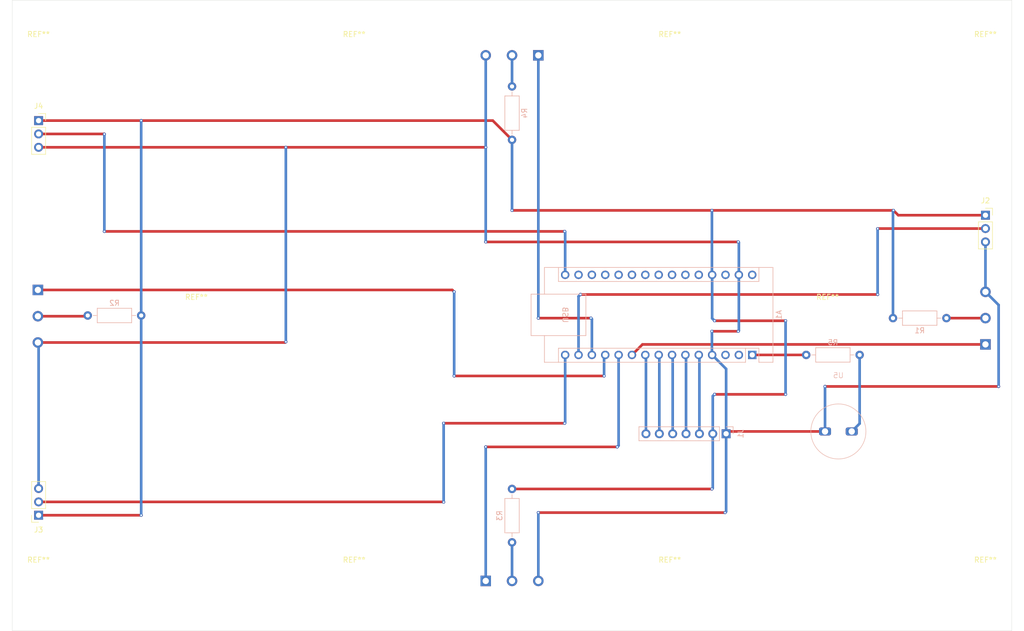
<source format=kicad_pcb>
(kicad_pcb (version 20240108) (generator "pcbnew") (generator_version "8.0")
  (layers (0 "F.Cu" signal) (31 "B.Cu" signal) (34 "B.Paste" user) (35 "F.Paste" user) (36 "B.SilkS" user "B.Silkscreen") (37 "F.SilkS" user "F.Silkscreen") (38 "B.Mask" user) (39 "F.Mask" user) (44 "Edge.Cuts" user))
  (net 0 "")
  (net 2 "/LED2_ctrl")
  (net 3 "/C_sw2")
  (net 8 "/D3")
  (net 9 "GND")
  (net 12 "/LED3_ctrl")
  (net 13 "/C_sw3")
  (net 14 "/C_sw1")
  (net 15 "/LED1_ctrl")
  (net 17 "/D2")
  (net 22 "VDD")
  (net 25 "/C_sw4")
  (net 26 "/D1")
  (net 27 "/VT")
  (net 28 "/D0")
  (net 29 "/BUZZ")
  (net 30 "Net-(U1-NO)")
  (net 31 "Net-(U2-NO)")
  (net 32 "Net-(U3-NO)")
  (net 33 "Net-(U4-NO)")
  (net 34 "Net-(U5-Vdd)")
  (footprint "First_cost_Library:switch" (layer "F.Cu") (at 128.5 36.5 -90)
    (property "Reference" "U4" (hide yes))
    (property "Value" "~" (hide yes))
    (pad "1" thru_hole rect (at 5 -13 270) (size 2 2) (drill 1.2) (layers "*.Cu" "*.Mask") (net 25 "/C_sw4"))
    (pad "2" thru_hole circle (at 5 -8 270) (size 2 2) (drill 1.2) (layers "*.Cu" "*.Mask") (net 33 "Net-(U4-NO)"))
    (pad "3" thru_hole circle (at 5 -3 270) (size 2 2) (drill 1.2) (layers "*.Cu" "*.Mask") (net 9 "GND"))
  )
  (footprint "MountingHole:MountingHole_3mm" (layer "F.Cu") (at 196.5 91.5)
    (property "Reference" "REF**" (at 0 -4 0) (layer "F.SilkS"))
    (property "Value" "MountingHole_3mm")
    (pad "" np_thru_hole circle (at 0 0) (size 3 3) (drill 3) (layers "*.Cu" "*.Mask"))
  )
  (footprint "First_cost_Library:switch" (layer "F.Cu") (at 231.5 83.5 180)
    (property "Reference" "U1" (hide yes))
    (property "Value" "~" (hide yes))
    (pad "1" thru_hole rect (at 5 -13 180) (size 2 2) (drill 1.2) (layers "*.Cu" "*.Mask") (net 14 "/C_sw1"))
    (pad "2" thru_hole circle (at 5 -8 180) (size 2 2) (drill 1.2) (layers "*.Cu" "*.Mask") (net 30 "Net-(U1-NO)"))
    (pad "3" thru_hole circle (at 5 -3 180) (size 2 2) (drill 1.2) (layers "*.Cu" "*.Mask") (net 9 "GND"))
  )
  (footprint "MountingHole:MountingHole_3mm" (layer "F.Cu") (at 76.5 91.5)
    (property "Reference" "REF**" (at 0 -4 0) (layer "F.SilkS"))
    (property "Value" "MountingHole_3mm")
    (pad "" np_thru_hole circle (at 0 0) (size 3 3) (drill 3) (layers "*.Cu" "*.Mask"))
  )
  (footprint "Connector_PinSocket_2.54mm:PinSocket_1x03_P2.54mm_Vertical" (layer "F.Cu") (at 46.5 53.92)
    (property "Reference" "J4" (at 0 -2.77 0) (layer "F.SilkS"))
    (property "Value" "Conn_01x03_Pin")
    (fp_line (start -1.33 1.27) (end -1.33 6.41) (stroke (width 0.12)) (layer "F.SilkS"))
    (fp_line (start -1.33 1.27) (end 1.33 1.27) (stroke (width 0.12)) (layer "F.SilkS"))
    (fp_line (start -1.33 6.41) (end 1.33 6.41) (stroke (width 0.12)) (layer "F.SilkS"))
    (fp_line (start 0 -1.33) (end 1.33 -1.33) (stroke (width 0.12)) (layer "F.SilkS"))
    (fp_line (start 1.33 -1.33) (end 1.33 0) (stroke (width 0.12)) (layer "F.SilkS"))
    (fp_line (start 1.33 1.27) (end 1.33 6.41) (stroke (width 0.12)) (layer "F.SilkS"))
    (pad "1" thru_hole rect (at 0 0) (size 1.7 1.7) (drill 1) (layers "*.Cu" "*.Mask") (net 22 "VDD"))
    (pad "2" thru_hole oval (at 0 2.54) (size 1.7 1.7) (drill 1) (layers "*.Cu" "*.Mask") (net 12 "/LED3_ctrl"))
    (pad "3" thru_hole oval (at 0 5.08) (size 1.7 1.7) (drill 1) (layers "*.Cu" "*.Mask") (net 9 "GND"))
  )
  (footprint "First_cost_Library:switch" (layer "F.Cu") (at 144.5 146.5 90)
    (property "Reference" "U3" (hide yes))
    (property "Value" "~" (hide yes))
    (pad "1" thru_hole rect (at 5 -13 90) (size 2 2) (drill 1.2) (layers "*.Cu" "*.Mask") (net 3 "/C_sw2"))
    (pad "2" thru_hole circle (at 5 -8 90) (size 2 2) (drill 1.2) (layers "*.Cu" "*.Mask") (net 32 "Net-(U3-NO)"))
    (pad "3" thru_hole circle (at 5 -3 90) (size 2 2) (drill 1.2) (layers "*.Cu" "*.Mask") (net 9 "GND"))
  )
  (footprint "MountingHole:MountingHole_3mm" (layer "F.Cu") (at 166.5 141.5)
    (property "Reference" "REF**" (at 0 -4 0) (layer "F.SilkS"))
    (property "Value" "MountingHole_3mm")
    (pad "" np_thru_hole circle (at 0 0) (size 3 3) (drill 3) (layers "*.Cu" "*.Mask"))
  )
  (footprint "Connector_PinSocket_2.54mm:PinSocket_1x03_P2.54mm_Vertical" (layer "F.Cu") (at 226.5 71.92)
    (property "Reference" "J2" (at 0 -2.77 0) (layer "F.SilkS"))
    (property "Value" "Conn_01x03_Pin")
    (fp_line (start -1.33 1.27) (end -1.33 6.41) (stroke (width 0.12)) (layer "F.SilkS"))
    (fp_line (start -1.33 1.27) (end 1.33 1.27) (stroke (width 0.12)) (layer "F.SilkS"))
    (fp_line (start -1.33 6.41) (end 1.33 6.41) (stroke (width 0.12)) (layer "F.SilkS"))
    (fp_line (start 0 -1.33) (end 1.33 -1.33) (stroke (width 0.12)) (layer "F.SilkS"))
    (fp_line (start 1.33 -1.33) (end 1.33 0) (stroke (width 0.12)) (layer "F.SilkS"))
    (fp_line (start 1.33 1.27) (end 1.33 6.41) (stroke (width 0.12)) (layer "F.SilkS"))
    (pad "1" thru_hole rect (at 0 0) (size 1.7 1.7) (drill 1) (layers "*.Cu" "*.Mask") (net 22 "VDD"))
    (pad "2" thru_hole oval (at 0 2.54) (size 1.7 1.7) (drill 1) (layers "*.Cu" "*.Mask") (net 15 "/LED1_ctrl"))
    (pad "3" thru_hole oval (at 0 5.08) (size 1.7 1.7) (drill 1) (layers "*.Cu" "*.Mask") (net 9 "GND"))
  )
  (footprint "MountingHole:MountingHole_3mm" (layer "F.Cu") (at 106.5 141.5)
    (property "Reference" "REF**" (at 0 -4 0) (layer "F.SilkS"))
    (property "Value" "MountingHole_3mm")
    (pad "" np_thru_hole circle (at 0 0) (size 3 3) (drill 3) (layers "*.Cu" "*.Mask"))
  )
  (footprint "First_cost_Library:switch" (layer "F.Cu") (at 41.3625 99.1375)
    (property "Reference" "U2" (hide yes))
    (property "Value" "~" (hide yes))
    (pad "1" thru_hole rect (at 5 -13) (size 2 2) (drill 1.2) (layers "*.Cu" "*.Mask") (net 13 "/C_sw3"))
    (pad "2" thru_hole circle (at 5 -8) (size 2 2) (drill 1.2) (layers "*.Cu" "*.Mask") (net 31 "Net-(U2-NO)"))
    (pad "3" thru_hole circle (at 5 -3) (size 2 2) (drill 1.2) (layers "*.Cu" "*.Mask") (net 9 "GND"))
  )
  (footprint "MountingHole:MountingHole_3mm" (layer "F.Cu") (at 226.5 41.5)
    (property "Reference" "REF**" (at 0 -4 0) (layer "F.SilkS"))
    (property "Value" "MountingHole_3mm")
    (pad "" np_thru_hole circle (at 0 0) (size 3 3) (drill 3) (layers "*.Cu" "*.Mask"))
  )
  (footprint "MountingHole:MountingHole_3mm" (layer "F.Cu") (at 166.5 41.5)
    (property "Reference" "REF**" (at 0 -4 0) (layer "F.SilkS"))
    (property "Value" "MountingHole_3mm")
    (pad "" np_thru_hole circle (at 0 0) (size 3 3) (drill 3) (layers "*.Cu" "*.Mask"))
  )
  (footprint "Connector_PinSocket_2.54mm:PinSocket_1x03_P2.54mm_Vertical" (layer "F.Cu") (at 46.5 129 180)
    (property "Reference" "J3" (at 0 -2.77 0) (layer "F.SilkS"))
    (property "Value" "Conn_01x03_Pin")
    (fp_line (start 1.33 1.27) (end 1.33 6.41) (stroke (width 0.12)) (layer "F.SilkS"))
    (fp_line (start 1.33 -1.33) (end 1.33 0) (stroke (width 0.12)) (layer "F.SilkS"))
    (fp_line (start 0 -1.33) (end 1.33 -1.33) (stroke (width 0.12)) (layer "F.SilkS"))
    (fp_line (start -1.33 6.41) (end 1.33 6.41) (stroke (width 0.12)) (layer "F.SilkS"))
    (fp_line (start -1.33 1.27) (end 1.33 1.27) (stroke (width 0.12)) (layer "F.SilkS"))
    (fp_line (start -1.33 1.27) (end -1.33 6.41) (stroke (width 0.12)) (layer "F.SilkS"))
    (pad "1" thru_hole rect (at 0 0 180) (size 1.7 1.7) (drill 1) (layers "*.Cu" "*.Mask") (net 22 "VDD"))
    (pad "2" thru_hole oval (at 0 2.54 180) (size 1.7 1.7) (drill 1) (layers "*.Cu" "*.Mask") (net 2 "/LED2_ctrl"))
    (pad "3" thru_hole oval (at 0 5.08 180) (size 1.7 1.7) (drill 1) (layers "*.Cu" "*.Mask") (net 9 "GND"))
  )
  (footprint "MountingHole:MountingHole_3mm" (layer "F.Cu") (at 46.5 141.5)
    (property "Reference" "REF**" (at 0 -4 0) (layer "F.SilkS"))
    (property "Value" "MountingHole_3mm")
    (pad "" np_thru_hole circle (at 0 0) (size 3 3) (drill 3) (layers "*.Cu" "*.Mask"))
  )
  (footprint "MountingHole:MountingHole_3mm" (layer "F.Cu") (at 46.5 41.5)
    (property "Reference" "REF**" (at 0 -4 0) (layer "F.SilkS"))
    (property "Value" "MountingHole_3mm")
    (pad "" np_thru_hole circle (at 0 0) (size 3 3) (drill 3) (layers "*.Cu" "*.Mask"))
  )
  (footprint "MountingHole:MountingHole_3mm" (layer "F.Cu") (at 226.5 141.5)
    (property "Reference" "REF**" (at 0 -4 0) (layer "F.SilkS"))
    (property "Value" "MountingHole_3mm")
    (pad "" np_thru_hole circle (at 0 0) (size 3 3) (drill 3) (layers "*.Cu" "*.Mask"))
  )
  (footprint "MountingHole:MountingHole_3mm" (layer "F.Cu") (at 106.5 41.5)
    (property "Reference" "REF**" (at 0 -4 0) (layer "F.SilkS"))
    (property "Value" "MountingHole_3mm")
    (pad "" np_thru_hole circle (at 0 0) (size 3 3) (drill 3) (layers "*.Cu" "*.Mask"))
  )
  (footprint "Module:Arduino_Nano" (layer "B.Cu") (at 182.16 98.5 90)
    (property "Reference" "A1" (at 7.62 5.08 90) (layer "B.SilkS") (effects (justify mirror)))
    (property "Value" "Arduino_Nano_Every")
    (fp_line (start 11.56 -42.04) (end 11.56 -31.62) (stroke (width 0.12)) (layer "B.SilkS"))
    (fp_line (start 3.68 -42.04) (end 11.56 -42.04) (stroke (width 0.12)) (layer "B.SilkS"))
    (fp_line (start 11.56 -39.5) (end 16.64 -39.5) (stroke (width 0.12)) (layer "B.SilkS"))
    (fp_line (start 3.68 -39.5) (end -1.4 -39.5) (stroke (width 0.12)) (layer "B.SilkS"))
    (fp_line (start -1.4 -39.5) (end -1.4 -1.27) (stroke (width 0.12)) (layer "B.SilkS"))
    (fp_line (start 16.64 -36.83) (end 13.97 -36.83) (stroke (width 0.12)) (layer "B.SilkS"))
    (fp_line (start 13.97 -36.83) (end 13.97 1.27) (stroke (width 0.12)) (layer "B.SilkS"))
    (fp_line (start 1.27 -36.83) (end 1.27 -1.27) (stroke (width 0.12)) (layer "B.SilkS"))
    (fp_line (start -1.4 -36.83) (end 1.27 -36.83) (stroke (width 0.12)) (layer "B.SilkS"))
    (fp_line (start 11.56 -31.62) (end 3.68 -31.62) (stroke (width 0.12)) (layer "B.SilkS"))
    (fp_line (start 3.68 -31.62) (end 3.68 -42.04) (stroke (width 0.12)) (layer "B.SilkS"))
    (fp_line (start -1.4 -1.27) (end 1.27 -1.27) (stroke (width 0.12)) (layer "B.SilkS"))
    (fp_line (start 16.64 1.27) (end 13.97 1.27) (stroke (width 0.12)) (layer "B.SilkS"))
    (fp_line (start 1.27 1.27) (end 1.27 -1.27) (stroke (width 0.12)) (layer "B.SilkS"))
    (fp_line (start -1.4 1.27) (end 1.27 1.27) (stroke (width 0.12)) (layer "B.SilkS"))
    (fp_line (start -1.4 1.27) (end -1.4 3.94) (stroke (width 0.12)) (layer "B.SilkS"))
    (fp_line (start 16.64 3.94) (end 16.64 -39.5) (stroke (width 0.12)) (layer "B.SilkS"))
    (fp_line (start -1.4 3.94) (end 16.64 3.94) (stroke (width 0.12)) (layer "B.SilkS"))
    (fp_text user "USB" (at 7.62 -35.56 -90) (layer "B.SilkS") (effects (justify mirror)))
    (pad "1" thru_hole rect (at 0 0 90) (size 1.6 1.6) (drill 1) (layers "*.Cu" "*.Mask") (net 29 "/BUZZ"))
    (pad "2" thru_hole oval (at 0 -2.54 90) (size 1.6 1.6) (drill 1) (layers "*.Cu" "*.Mask"))
    (pad "3" thru_hole oval (at 0 -5.08 90) (size 1.6 1.6) (drill 1) (layers "*.Cu" "*.Mask"))
    (pad "4" thru_hole oval (at 0 -7.62 90) (size 1.6 1.6) (drill 1) (layers "*.Cu" "*.Mask") (net 9 "GND"))
    (pad "5" thru_hole oval (at 0 -10.16 90) (size 1.6 1.6) (drill 1) (layers "*.Cu" "*.Mask") (net 28 "/D0"))
    (pad "6" thru_hole oval (at 0 -12.7 90) (size 1.6 1.6) (drill 1) (layers "*.Cu" "*.Mask") (net 26 "/D1"))
    (pad "7" thru_hole oval (at 0 -15.24 90) (size 1.6 1.6) (drill 1) (layers "*.Cu" "*.Mask") (net 17 "/D2"))
    (pad "8" thru_hole oval (at 0 -17.78 90) (size 1.6 1.6) (drill 1) (layers "*.Cu" "*.Mask") (net 8 "/D3"))
    (pad "9" thru_hole oval (at 0 -20.32 90) (size 1.6 1.6) (drill 1) (layers "*.Cu" "*.Mask") (net 27 "/VT"))
    (pad "10" thru_hole oval (at 0 -22.86 90) (size 1.6 1.6) (drill 1) (layers "*.Cu" "*.Mask") (net 14 "/C_sw1"))
    (pad "11" thru_hole oval (at 0 -25.4 90) (size 1.6 1.6) (drill 1) (layers "*.Cu" "*.Mask") (net 3 "/C_sw2"))
    (pad "12" thru_hole oval (at 0 -27.94 90) (size 1.6 1.6) (drill 1) (layers "*.Cu" "*.Mask") (net 13 "/C_sw3"))
    (pad "13" thru_hole oval (at 0 -30.48 90) (size 1.6 1.6) (drill 1) (layers "*.Cu" "*.Mask") (net 25 "/C_sw4"))
    (pad "14" thru_hole oval (at 0 -33.02 90) (size 1.6 1.6) (drill 1) (layers "*.Cu" "*.Mask") (net 15 "/LED1_ctrl"))
    (pad "15" thru_hole oval (at 0 -35.56 90) (size 1.6 1.6) (drill 1) (layers "*.Cu" "*.Mask") (net 2 "/LED2_ctrl"))
    (pad "16" thru_hole oval (at 15.24 -35.56 90) (size 1.6 1.6) (drill 1) (layers "*.Cu" "*.Mask") (net 12 "/LED3_ctrl"))
    (pad "17" thru_hole oval (at 15.24 -33.02 90) (size 1.6 1.6) (drill 1) (layers "*.Cu" "*.Mask"))
    (pad "18" thru_hole oval (at 15.24 -30.48 90) (size 1.6 1.6) (drill 1) (layers "*.Cu" "*.Mask"))
    (pad "19" thru_hole oval (at 15.24 -27.94 90) (size 1.6 1.6) (drill 1) (layers "*.Cu" "*.Mask"))
    (pad "20" thru_hole oval (at 15.24 -25.4 90) (size 1.6 1.6) (drill 1) (layers "*.Cu" "*.Mask"))
    (pad "21" thru_hole oval (at 15.24 -22.86 90) (size 1.6 1.6) (drill 1) (layers "*.Cu" "*.Mask"))
    (pad "22" thru_hole oval (at 15.24 -20.32 90) (size 1.6 1.6) (drill 1) (layers "*.Cu" "*.Mask"))
    (pad "23" thru_hole oval (at 15.24 -17.78 90) (size 1.6 1.6) (drill 1) (layers "*.Cu" "*.Mask"))
    (pad "24" thru_hole oval (at 15.24 -15.24 90) (size 1.6 1.6) (drill 1) (layers "*.Cu" "*.Mask"))
    (pad "25" thru_hole oval (at 15.24 -12.7 90) (size 1.6 1.6) (drill 1) (layers "*.Cu" "*.Mask"))
    (pad "26" thru_hole oval (at 15.24 -10.16 90) (size 1.6 1.6) (drill 1) (layers "*.Cu" "*.Mask"))
    (pad "27" thru_hole oval (at 15.24 -7.62 90) (size 1.6 1.6) (drill 1) (layers "*.Cu" "*.Mask") (net 22 "VDD"))
    (pad "28" thru_hole oval (at 15.24 -5.08 90) (size 1.6 1.6) (drill 1) (layers "*.Cu" "*.Mask"))
    (pad "29" thru_hole oval (at 15.24 -2.54 90) (size 1.6 1.6) (drill 1) (layers "*.Cu" "*.Mask") (net 9 "GND"))
    (pad "30" thru_hole oval (at 15.24 0 90) (size 1.6 1.6) (drill 1) (layers "*.Cu" "*.Mask"))
  )
  (footprint "Resistor_THT:R_Axial_DIN0207_L6.3mm_D2.5mm_P10.16mm_Horizontal" (layer "B.Cu") (at 66 91 180)
    (property "Reference" "R2" (at 5.08 2.37 0) (layer "B.SilkS") (effects (justify mirror)))
    (property "Value" "10k")
    (fp_line (start 8.35 1.37) (end 8.35 -1.37) (stroke (width 0.12)) (layer "B.SilkS"))
    (fp_line (start 8.35 0) (end 9.12 0) (stroke (width 0.12)) (layer "B.SilkS"))
    (fp_line (start 8.35 -1.37) (end 1.81 -1.37) (stroke (width 0.12)) (layer "B.SilkS"))
    (fp_line (start 1.81 1.37) (end 8.35 1.37) (stroke (width 0.12)) (layer "B.SilkS"))
    (fp_line (start 1.81 0) (end 1.04 0) (stroke (width 0.12)) (layer "B.SilkS"))
    (fp_line (start 1.81 -1.37) (end 1.81 1.37) (stroke (width 0.12)) (layer "B.SilkS"))
    (pad "1" thru_hole circle (at 0 0 180) (size 1.6 1.6) (drill 0.8) (layers "*.Cu" "*.Mask") (net 22 "VDD"))
    (pad "2" thru_hole oval (at 10.16 0 180) (size 1.6 1.6) (drill 0.8) (layers "*.Cu" "*.Mask") (net 31 "Net-(U2-NO)"))
  )
  (footprint "Resistor_THT:R_Axial_DIN0207_L6.3mm_D2.5mm_P10.16mm_Horizontal" (layer "B.Cu") (at 136.5 57.58 90)
    (property "Reference" "R4" (at 5.08 2.37 90) (layer "B.SilkS") (effects (justify mirror)))
    (property "Value" "10k")
    (fp_line (start 8.35 -1.37) (end 1.81 -1.37) (stroke (width 0.12)) (layer "B.SilkS"))
    (fp_line (start 1.81 -1.37) (end 1.81 1.37) (stroke (width 0.12)) (layer "B.SilkS"))
    (fp_line (start 8.35 0) (end 9.12 0) (stroke (width 0.12)) (layer "B.SilkS"))
    (fp_line (start 1.81 0) (end 1.04 0) (stroke (width 0.12)) (layer "B.SilkS"))
    (fp_line (start 8.35 1.37) (end 8.35 -1.37) (stroke (width 0.12)) (layer "B.SilkS"))
    (fp_line (start 1.81 1.37) (end 8.35 1.37) (stroke (width 0.12)) (layer "B.SilkS"))
    (pad "1" thru_hole circle (at 0 0 90) (size 1.6 1.6) (drill 0.8) (layers "*.Cu" "*.Mask") (net 22 "VDD"))
    (pad "2" thru_hole oval (at 10.16 0 90) (size 1.6 1.6) (drill 0.8) (layers "*.Cu" "*.Mask") (net 33 "Net-(U4-NO)"))
  )
  (footprint "Resistor_THT:R_Axial_DIN0207_L6.3mm_D2.5mm_P10.16mm_Horizontal" (layer "B.Cu") (at 136.5 124 -90)
    (property "Reference" "R3" (at 5.08 2.37 90) (layer "B.SilkS") (effects (justify mirror)))
    (property "Value" "10k")
    (fp_line (start 1.81 1.37) (end 8.35 1.37) (stroke (width 0.12)) (layer "B.SilkS"))
    (fp_line (start 8.35 1.37) (end 8.35 -1.37) (stroke (width 0.12)) (layer "B.SilkS"))
    (fp_line (start 1.81 0) (end 1.04 0) (stroke (width 0.12)) (layer "B.SilkS"))
    (fp_line (start 8.35 0) (end 9.12 0) (stroke (width 0.12)) (layer "B.SilkS"))
    (fp_line (start 1.81 -1.37) (end 1.81 1.37) (stroke (width 0.12)) (layer "B.SilkS"))
    (fp_line (start 8.35 -1.37) (end 1.81 -1.37) (stroke (width 0.12)) (layer "B.SilkS"))
    (pad "1" thru_hole circle (at 0 0 270) (size 1.6 1.6) (drill 0.8) (layers "*.Cu" "*.Mask") (net 22 "VDD"))
    (pad "2" thru_hole oval (at 10.16 0 270) (size 1.6 1.6) (drill 0.8) (layers "*.Cu" "*.Mask") (net 32 "Net-(U3-NO)"))
  )
  (footprint "First_cost_Library:PS1240" (layer "B.Cu") (at 198.54 102.901828 180)
    (property "Reference" "U5" (at 0 0.5 0) (layer "B.SilkS") (effects (font (thickness 0.1)) (justify mirror)))
    (property "Value" "~")
    (fp_circle (center 0 -10.16) (end 1.27 -15.24) (stroke (width 0.1)) (fill none) (layer "B.SilkS"))
    (pad "1" thru_hole roundrect (at -2.54 -10.16 180) (size 2.286 1.524) (drill 1.2) (layers "*.Cu" "*.Mask") (net 34 "Net-(U5-Vdd)"))
    (pad "2" thru_hole roundrect (at 2.54 -10.16 180) (size 2.286 1.524) (drill 1.2) (layers "*.Cu" "*.Mask") (net 9 "GND"))
  )
  (footprint "Connector_PinSocket_2.54mm:PinSocket_1x07_P2.54mm_Vertical" (layer "B.Cu") (at 177.2 113.5 90)
    (property "Reference" "J1" (at 0 2.77 90) (layer "B.SilkS") (effects (justify mirror)))
    (property "Value" "Conn_01x07_Pin")
    (fp_line (start 1.33 -16.57) (end -1.33 -16.57) (stroke (width 0.12)) (layer "B.SilkS"))
    (fp_line (start 1.33 -16.57) (end 1.33 -1.27) (stroke (width 0.12)) (layer "B.SilkS"))
    (fp_line (start -1.33 -16.57) (end -1.33 -1.27) (stroke (width 0.12)) (layer "B.SilkS"))
    (fp_line (start 1.33 -1.27) (end -1.33 -1.27) (stroke (width 0.12)) (layer "B.SilkS"))
    (fp_line (start 1.33 0) (end 1.33 1.33) (stroke (width 0.12)) (layer "B.SilkS"))
    (fp_line (start 1.33 1.33) (end 0 1.33) (stroke (width 0.12)) (layer "B.SilkS"))
    (pad "1" thru_hole rect (at 0 0 90) (size 1.7 1.7) (drill 1) (layers "*.Cu" "*.Mask") (net 9 "GND"))
    (pad "2" thru_hole oval (at 0 -2.54 90) (size 1.7 1.7) (drill 1) (layers "*.Cu" "*.Mask") (net 22 "VDD"))
    (pad "3" thru_hole oval (at 0 -5.08 90) (size 1.7 1.7) (drill 1) (layers "*.Cu" "*.Mask") (net 28 "/D0"))
    (pad "4" thru_hole oval (at 0 -7.62 90) (size 1.7 1.7) (drill 1) (layers "*.Cu" "*.Mask") (net 26 "/D1"))
    (pad "5" thru_hole oval (at 0 -10.16 90) (size 1.7 1.7) (drill 1) (layers "*.Cu" "*.Mask") (net 17 "/D2"))
    (pad "6" thru_hole oval (at 0 -12.7 90) (size 1.7 1.7) (drill 1) (layers "*.Cu" "*.Mask") (net 8 "/D3"))
    (pad "7" thru_hole oval (at 0 -15.24 90) (size 1.7 1.7) (drill 1) (layers "*.Cu" "*.Mask") (net 27 "/VT"))
  )
  (footprint "Resistor_THT:R_Axial_DIN0207_L6.3mm_D2.5mm_P10.16mm_Horizontal" (layer "B.Cu") (at 208.92 91.5)
    (property "Reference" "R1" (at 5.08 2.37 0) (layer "B.SilkS") (effects (justify mirror)))
    (property "Value" "10k")
    (fp_line (start 1.81 -1.37) (end 1.81 1.37) (stroke (width 0.12)) (layer "B.SilkS"))
    (fp_line (start 1.81 0) (end 1.04 0) (stroke (width 0.12)) (layer "B.SilkS"))
    (fp_line (start 1.81 1.37) (end 8.35 1.37) (stroke (width 0.12)) (layer "B.SilkS"))
    (fp_line (start 8.35 -1.37) (end 1.81 -1.37) (stroke (width 0.12)) (layer "B.SilkS"))
    (fp_line (start 8.35 0) (end 9.12 0) (stroke (width 0.12)) (layer "B.SilkS"))
    (fp_line (start 8.35 1.37) (end 8.35 -1.37) (stroke (width 0.12)) (layer "B.SilkS"))
    (pad "1" thru_hole circle (at 0 0) (size 1.6 1.6) (drill 0.8) (layers "*.Cu" "*.Mask") (net 22 "VDD"))
    (pad "2" thru_hole oval (at 10.16 0) (size 1.6 1.6) (drill 0.8) (layers "*.Cu" "*.Mask") (net 30 "Net-(U1-NO)"))
  )
  (footprint "Resistor_THT:R_Axial_DIN0207_L6.3mm_D2.5mm_P10.16mm_Horizontal" (layer "B.Cu") (at 202.58 98.5 180)
    (property "Reference" "R5" (at 5.08 2.37 0) (layer "B.SilkS") (effects (justify mirror)))
    (property "Value" "10k")
    (fp_line (start 8.35 1.37) (end 8.35 -1.37) (stroke (width 0.12)) (layer "B.SilkS"))
    (fp_line (start 8.35 0) (end 9.12 0) (stroke (width 0.12)) (layer "B.SilkS"))
    (fp_line (start 8.35 -1.37) (end 1.81 -1.37) (stroke (width 0.12)) (layer "B.SilkS"))
    (fp_line (start 1.81 1.37) (end 8.35 1.37) (stroke (width 0.12)) (layer "B.SilkS"))
    (fp_line (start 1.81 0) (end 1.04 0) (stroke (width 0.12)) (layer "B.SilkS"))
    (fp_line (start 1.81 -1.37) (end 1.81 1.37) (stroke (width 0.12)) (layer "B.SilkS"))
    (pad "1" thru_hole circle (at 0 0 180) (size 1.6 1.6) (drill 0.8) (layers "*.Cu" "*.Mask") (net 34 "Net-(U5-Vdd)"))
    (pad "2" thru_hole oval (at 10.16 0 180) (size 1.6 1.6) (drill 0.8) (layers "*.Cu" "*.Mask") (net 29 "/BUZZ"))
  )
  (gr_rect (start 41.5 31) (end 231.5 151) (stroke (width 0.05)) (fill none) (layer "Edge.Cuts"))
  (segment (start 123.5 111.5) (end 146.5 111.5) (width 0.5) (layer "F.Cu") (net 2))
  (segment (start 123.46 126.46) (end 123.5 126.5) (width 0.5) (layer "F.Cu") (net 2))
  (segment (start 46.5 126.46) (end 123.46 126.46) (width 0.5) (layer "F.Cu") (net 2))
  (via (at 123.5 111.5) (size 0.6) (drill 0.3) (layers "F.Cu" "B.Cu") (net 2))
  (via (at 123.5 126.5) (size 0.6) (drill 0.3) (layers "F.Cu" "B.Cu") (net 2))
  (via (at 146.5 111.5) (size 0.6) (drill 0.3) (layers "F.Cu" "B.Cu") (net 2))
  (segment (start 146.5 111.5) (end 146.6 111.4) (width 0.5) (layer "B.Cu") (net 2))
  (segment (start 146.6 111.4) (end 146.6 98.5) (width 0.5) (layer "B.Cu") (net 2))
  (segment (start 123.5 126.5) (end 123.5 111.5) (width 0.5) (layer "B.Cu") (net 2))
  (segment (start 131.5 116) (end 156.5 116) (width 0.5) (layer "F.Cu") (net 3))
  (via (at 156.5 116) (size 0.6) (drill 0.3) (layers "F.Cu" "B.Cu") (net 3))
  (via (at 131.5 116) (size 0.6) (drill 0.3) (layers "F.Cu" "B.Cu") (net 3))
  (segment (start 156.76 115.74) (end 156.76 98.5) (width 0.5) (layer "B.Cu") (net 3))
  (segment (start 131.5 141.5) (end 131.5 116) (width 0.5) (layer "B.Cu") (net 3))
  (segment (start 156.5 116) (end 156.76 115.74) (width 0.5) (layer "B.Cu") (net 3))
  (segment (start 164.5 98.62) (end 164.38 98.5) (width 0.5) (layer "B.Cu") (net 8))
  (segment (start 164.5 113.5) (end 164.5 98.62) (width 0.5) (layer "B.Cu") (net 8))
  (segment (start 93.5 59) (end 131.5 59) (width 0.5) (layer "F.Cu") (net 9))
  (segment (start 141.5 128.5) (end 177 128.5) (width 0.5) (layer "F.Cu") (net 9))
  (segment (start 46.3625 96.1375) (end 93.3625 96.1375) (width 0.5) (layer "F.Cu") (net 9))
  (segment (start 93.3625 96.1375) (end 93.5 96) (width 0.5) (layer "F.Cu") (net 9))
  (segment (start 179.5 94) (end 174.5 94) (width 0.5) (layer "F.Cu") (net 9))
  (segment (start 196 104.5) (end 229 104.5) (width 0.5) (layer "F.Cu") (net 9))
  (segment (start 177.638172 113.061828) (end 177.2 113.5) (width 0.5) (layer "F.Cu") (net 9))
  (segment (start 46.5 59) (end 93.5 59) (width 0.5) (layer "F.Cu") (net 9))
  (segment (start 131.5 77) (end 179.5 77) (width 0.5) (layer "F.Cu") (net 9))
  (segment (start 196 113.061828) (end 177.638172 113.061828) (width 0.5) (layer "F.Cu") (net 9))
  (via (at 131.5 59) (size 0.6) (drill 0.3) (layers "F.Cu" "B.Cu") (net 9))
  (via (at 93.5 59) (size 0.6) (drill 0.3) (layers "F.Cu" "B.Cu") (net 9))
  (via (at 179.5 77) (size 0.6) (drill 0.3) (layers "F.Cu" "B.Cu") (net 9))
  (via (at 174.5 94) (size 0.6) (drill 0.3) (layers "F.Cu" "B.Cu") (net 9))
  (via (at 179.5 94) (size 0.6) (drill 0.3) (layers "F.Cu" "B.Cu") (net 9))
  (via (at 93.5 96) (size 0.6) (drill 0.3) (layers "F.Cu" "B.Cu") (net 9))
  (via (at 131.5 77) (size 0.6) (drill 0.3) (layers "F.Cu" "B.Cu") (net 9))
  (via (at 177 128.5) (size 0.6) (drill 0.3) (layers "F.Cu" "B.Cu") (net 9))
  (via (at 196 104.5) (size 0.6) (drill 0.3) (layers "F.Cu" "B.Cu") (net 9))
  (via (at 141.5 128.5) (size 0.6) (drill 0.3) (layers "F.Cu" "B.Cu") (net 9))
  (via (at 229 104.5) (size 0.6) (drill 0.3) (layers "F.Cu" "B.Cu") (net 9))
  (segment (start 93.5 96) (end 93.5 59) (width 0.5) (layer "B.Cu") (net 9))
  (segment (start 177.2 128.3) (end 177.2 113.5) (width 0.5) (layer "B.Cu") (net 9))
  (segment (start 131.5 59) (end 131.5 77) (width 0.5) (layer "B.Cu") (net 9))
  (segment (start 179.5 77) (end 179.62 77.12) (width 0.5) (layer "B.Cu") (net 9))
  (segment (start 196 113.061828) (end 196 104.5) (width 0.5) (layer "B.Cu") (net 9))
  (segment (start 174.5 98.46) (end 174.54 98.5) (width 0.5) (layer "B.Cu") (net 9))
  (segment (start 177.2 101.16) (end 174.54 98.5) (width 0.5) (layer "B.Cu") (net 9))
  (segment (start 179.62 93.88) (end 179.5 94) (width 0.5) (layer "B.Cu") (net 9))
  (segment (start 141.5 141.5) (end 141.5 128.5) (width 0.5) (layer "B.Cu") (net 9))
  (segment (start 174.5 94) (end 174.5 98.46) (width 0.5) (layer "B.Cu") (net 9))
  (segment (start 177.2 113.5) (end 177.2 101.16) (width 0.5) (layer "B.Cu") (net 9))
  (segment (start 226.5 77) (end 226.5 86.5) (width 0.5) (layer "B.Cu") (net 9))
  (segment (start 46.5 96.275) (end 46.3625 96.1375) (width 0.5) (layer "B.Cu") (net 9))
  (segment (start 229 89) (end 226.5 86.5) (width 0.5) (layer "B.Cu") (net 9))
  (segment (start 179.62 77.12) (end 179.62 83.26) (width 0.5) (layer "B.Cu") (net 9))
  (segment (start 177 128.5) (end 177.2 128.3) (width 0.5) (layer "B.Cu") (net 9))
  (segment (start 177.638172 113.061828) (end 177.2 113.5) (width 0.5) (layer "B.Cu") (net 9))
  (segment (start 131.5 41.5) (end 131.5 59) (width 0.5) (layer "B.Cu") (net 9))
  (segment (start 229 104.5) (end 229 89) (width 0.5) (layer "B.Cu") (net 9))
  (segment (start 46.5 123.92) (end 46.5 96.275) (width 0.5) (layer "B.Cu") (net 9))
  (segment (start 179.62 83.26) (end 179.62 93.88) (width 0.5) (layer "B.Cu") (net 9))
  (segment (start 146.5 75) (end 59 75) (width 0.5) (layer "F.Cu") (net 12))
  (segment (start 58.96 56.46) (end 46.5 56.46) (width 0.5) (layer "F.Cu") (net 12))
  (segment (start 59 56.5) (end 58.96 56.46) (width 0.5) (layer "F.Cu") (net 12))
  (via (at 59 75) (size 0.6) (drill 0.3) (layers "F.Cu" "B.Cu") (net 12))
  (via (at 59 56.5) (size 0.6) (drill 0.3) (layers "F.Cu" "B.Cu") (net 12))
  (via (at 146.5 75) (size 0.6) (drill 0.3) (layers "F.Cu" "B.Cu") (net 12))
  (segment (start 146.6 75.1) (end 146.5 75) (width 0.5) (layer "B.Cu") (net 12))
  (segment (start 59 75) (end 59 56.5) (width 0.5) (layer "B.Cu") (net 12))
  (segment (start 146.6 83.26) (end 146.6 75.1) (width 0.5) (layer "B.Cu") (net 12))
  (segment (start 125.1375 86.1375) (end 125.5 86.5) (width 0.5) (layer "F.Cu") (net 13))
  (segment (start 125.5 102.5) (end 154 102.5) (width 0.5) (layer "F.Cu") (net 13))
  (segment (start 46.3625 86.1375) (end 125.1375 86.1375) (width 0.5) (layer "F.Cu") (net 13))
  (via (at 154 102.5) (size 0.6) (drill 0.3) (layers "F.Cu" "B.Cu") (net 13))
  (via (at 125.5 86.5) (size 0.6) (drill 0.3) (layers "F.Cu" "B.Cu") (net 13))
  (via (at 125.5 102.5) (size 0.6) (drill 0.3) (layers "F.Cu" "B.Cu") (net 13))
  (segment (start 154 102.5) (end 154 98.72) (width 0.5) (layer "B.Cu") (net 13))
  (segment (start 154 98.72) (end 154.22 98.5) (width 0.5) (layer "B.Cu") (net 13))
  (segment (start 125.5 86.5) (end 125.5 102.5) (width 0.5) (layer "B.Cu") (net 13))
  (segment (start 226.5 96.5) (end 161.3 96.5) (width 0.5) (layer "F.Cu") (net 14))
  (segment (start 161.3 96.5) (end 159.3 98.5) (width 0.5) (layer "F.Cu") (net 14))
  (segment (start 206.04 74.46) (end 226.5 74.46) (width 0.5) (layer "F.Cu") (net 15))
  (segment (start 206 74.5) (end 206.04 74.46) (width 0.5) (layer "F.Cu") (net 15))
  (segment (start 149.5 87) (end 206 87) (width 0.5) (layer "F.Cu") (net 15))
  (via (at 206 87) (size 0.6) (drill 0.3) (layers "F.Cu" "B.Cu") (net 15))
  (via (at 149.5 87) (size 0.6) (drill 0.3) (layers "F.Cu" "B.Cu") (net 15))
  (via (at 206 74.5) (size 0.6) (drill 0.3) (layers "F.Cu" "B.Cu") (net 15))
  (segment (start 149.14 87.36) (end 149.5 87) (width 0.5) (layer "B.Cu") (net 15))
  (segment (start 206 87) (end 206 74.5) (width 0.5) (layer "B.Cu") (net 15))
  (segment (start 149.14 98.5) (end 149.14 87.36) (width 0.5) (layer "B.Cu") (net 15))
  (segment (start 167.04 98.62) (end 166.92 98.5) (width 0.5) (layer "B.Cu") (net 17))
  (segment (start 167.04 113.5) (end 167.04 98.62) (width 0.5) (layer "B.Cu") (net 17))
  (segment (start 226.5 71.92) (end 209.92 71.92) (width 0.5) (layer "F.Cu") (net 22))
  (segment (start 136.5 71) (end 174.5 71) (width 0.5) (layer "F.Cu") (net 22))
  (segment (start 136.5 124) (end 174.5 124) (width 0.5) (layer "F.Cu") (net 22))
  (segment (start 46.5 53.92) (end 66 53.92) (width 0.5) (layer "F.Cu") (net 22))
  (segment (start 132.84 53.92) (end 136.5 57.58) (width 0.5) (layer "F.Cu") (net 22))
  (segment (start 46.5 129) (end 66 129) (width 0.5) (layer "F.Cu") (net 22))
  (segment (start 209 71) (end 174.5 71) (width 0.5) (layer "F.Cu") (net 22))
  (segment (start 188.5 92) (end 175 92) (width 0.5) (layer "F.Cu") (net 22))
  (segment (start 66 53.92) (end 132.84 53.92) (width 0.5) (layer "F.Cu") (net 22))
  (segment (start 209.92 71.92) (end 209 71) (width 0.5) (layer "F.Cu") (net 22))
  (segment (start 175 106) (end 188.5 106) (width 0.5) (layer "F.Cu") (net 22))
  (via (at 174.5 124) (size 0.6) (drill 0.3) (layers "F.Cu" "B.Cu") (net 22))
  (via (at 66 53.92) (size 0.6) (drill 0.3) (layers "F.Cu" "B.Cu") (net 22))
  (via (at 66 129) (size 0.6) (drill 0.3) (layers "F.Cu" "B.Cu") (net 22))
  (via (at 175 106) (size 0.6) (drill 0.3) (layers "F.Cu" "B.Cu") (net 22))
  (via (at 175 92) (size 0.6) (drill 0.3) (layers "F.Cu" "B.Cu") (net 22))
  (via (at 188.5 92) (size 0.6) (drill 0.3) (layers "F.Cu" "B.Cu") (net 22))
  (via (at 188.5 106) (size 0.6) (drill 0.3) (layers "F.Cu" "B.Cu") (net 22))
  (via (at 174.5 71) (size 0.6) (drill 0.3) (layers "F.Cu" "B.Cu") (net 22))
  (via (at 136.5 71) (size 0.6) (drill 0.3) (layers "F.Cu" "B.Cu") (net 22))
  (via (at 209 71) (size 0.6) (drill 0.3) (layers "F.Cu" "B.Cu") (net 22))
  (segment (start 174.5 83.22) (end 174.54 83.26) (width 0.5) (layer "B.Cu") (net 22))
  (segment (start 66 129) (end 66 91) (width 0.5) (layer "B.Cu") (net 22))
  (segment (start 174.66 113.5) (end 174.66 106.34) (width 0.5) (layer "B.Cu") (net 22))
  (segment (start 66 91) (end 66 53.92) (width 0.5) (layer "B.Cu") (net 22))
  (segment (start 208.92 91.5) (end 208.92 71.08) (width 0.5) (layer "B.Cu") (net 22))
  (segment (start 175 92) (end 174.54 91.54) (width 0.5) (layer "B.Cu") (net 22))
  (segment (start 174.66 123.84) (end 174.66 113.5) (width 0.5) (layer "B.Cu") (net 22))
  (segment (start 136.5 57.58) (end 136.5 71) (width 0.5) (layer "B.Cu") (net 22))
  (segment (start 208.92 71.08) (end 209 71) (width 0.5) (layer "B.Cu") (net 22))
  (segment (start 174.5 71) (end 174.5 83.22) (width 0.5) (layer "B.Cu") (net 22))
  (segment (start 188.5 106) (end 188.5 92) (width 0.5) (layer "B.Cu") (net 22))
  (segment (start 174.54 91.54) (end 174.54 83.26) (width 0.5) (layer "B.Cu") (net 22))
  (segment (start 174.5 124) (end 174.66 123.84) (width 0.5) (layer "B.Cu") (net 22))
  (segment (start 174.66 106.34) (end 175 106) (width 0.5) (layer "B.Cu") (net 22))
  (segment (start 141.5 91.5) (end 151.5 91.5) (width 0.5) (layer "F.Cu") (net 25))
  (via (at 141.5 91.5) (size 0.6) (drill 0.3) (layers "F.Cu" "B.Cu") (net 25))
  (via (at 151.5 91.5) (size 0.6) (drill 0.3) (layers "F.Cu" "B.Cu") (net 25))
  (segment (start 151.68 91.68) (end 151.68 98.5) (width 0.5) (layer "B.Cu") (net 25))
  (segment (start 141.5 41.5) (end 141.5 91.5) (width 0.5) (layer "B.Cu") (net 25))
  (segment (start 151.5 91.5) (end 151.68 91.68) (width 0.5) (layer "B.Cu") (net 25))
  (segment (start 169.58 113.5) (end 169.58 98.62) (width 0.5) (layer "B.Cu") (net 26))
  (segment (start 169.58 98.62) (end 169.46 98.5) (width 0.5) (layer "B.Cu") (net 26))
  (segment (start 161.96 113.5) (end 161.96 98.62) (width 0.5) (layer "B.Cu") (net 27))
  (segment (start 161.96 98.62) (end 161.84 98.5) (width 0.5) (layer "B.Cu") (net 27))
  (segment (start 172.12 113.5) (end 172.12 98.62) (width 0.5) (layer "B.Cu") (net 28))
  (segment (start 172.12 98.62) (end 172 98.5) (width 0.5) (layer "B.Cu") (net 28))
  (segment (start 192.42 98.5) (end 182.16 98.5) (width 0.5) (layer "F.Cu") (net 29))
  (segment (start 226.5 91.5) (end 219.08 91.5) (width 0.5) (layer "F.Cu") (net 30))
  (segment (start 55.7025 91.1375) (end 55.84 91) (width 0.5) (layer "F.Cu") (net 31))
  (segment (start 46.3625 91.1375) (end 55.7025 91.1375) (width 0.5) (layer "F.Cu") (net 31))
  (segment (start 136.5 141.5) (end 136.5 134.16) (width 0.5) (layer "B.Cu") (net 32))
  (segment (start 136.5 41.5) (end 136.5 47.42) (width 0.5) (layer "B.Cu") (net 33))
  (segment (start 202.58 111.561828) (end 201.08 113.061828) (width 0.5) (layer "B.Cu") (net 34))
  (segment (start 202.58 98.5) (end 202.58 111.561828) (width 0.5) (layer "B.Cu") (net 34))
)
</source>
